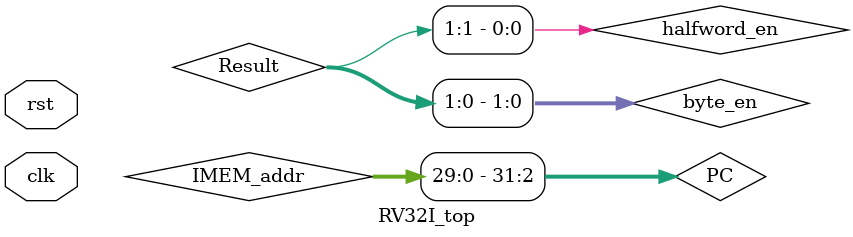
<source format=v>
`timescale 1ns / 1ps


module RV32I_top(clk,rst);
input clk,rst;


wire [31:0] Instr;
wire Zero;
wire lt;
wire ltu;
wire RegFileWE;
wire ALUSrcB;
wire RS2MaskSrc;
wire StoreMemSrc;
wire ImmLoadSrc;
wire MemWE;
wire [3:0] ALUOp;
wire [1:0] RegFileWriteSrc;
wire RdMemMaskSrc;
wire [1:0] LoadSrc;
wire ExtendHW;
wire ExtendB;
wire PCAddSrc;
wire PCLoad;
wire [1:0] ExtendSrc;
wire [31:0] RS1;
wire [31:0] RS2;
wire [31:0] Result;

wire [4:0] A1;
wire [4:0] A2;
wire [4:0] A3;
wire [31:0] Regfile_WD;
wire [29:0] Data_Mem_addr = Result[31:2];
wire [31:0] Data_Mem_RD;
wire [31:0] Data_Mem_WD;
wire [29:0] IMEM_addr;
wire [31:0] IMEM_RD;
wire PC_next;
wire [31:0] Adder_result;
wire [31:0] Imm_ext;
wire [31:0] addr_op1;
wire [31:0] addr_op2;
reg [31:0] PC;
wire [31:0] SrcB ;
wire [1:0] byte_en = Result[1:0];
wire halfword_en = Result[1]; 
wire [31:0] RS2_Mask;
wire [31:0] RS2_Mask_shifted;
wire [31:0] RS2_shifted;
wire [31:0] RS2_Masked;
wire [31:0] RDMem_Mask;
wire [31:0] RDMem_Mask_shifted;
wire [31:0] RDMem_Masked;
wire [15:0] halfword;
wire [7:0] byte;
wire [31:0] Load_data;
wire [31:0] rd_hw_extend;
wire [31:0] rd_byte_extend;
wire [31:0] ImmediateLoad;
instructions_decoder  INSTRUCTION_DECODER(Instr,
                                          Zero,
                                          lt,
                                          ltu,
                                          RegFileWE,
                                          ALUSrcB,
                                          RS2MaskSrc,
                                          StoreMemSrc,
                                          ImmLoadSrc,
                                          MemWE,
                                          ALUOp,
                                          RegFileWriteSrc,
                                          RdMemMaskSrc,
                                          LoadSrc,
                                          ExtendHW,
                                          ExtendB,
                                          PCAddSrc,
                                          PCLoad,
                                          ExtendSrc
                                           );
                                           
 
ALU ALU_unit(.SrcA(RS1),.SrcB(RS2),.Result(Result),.ALUOp(ALUOp),.zero(Zero),.Lt(lt),.Ltu(ltu));

instruction_rom IMEM_unit(.addr(IMEM_addr),.RD(IMEM_RD));

Regfile Regfile_unit(
     .clk(clk),
     .A1(A1),
     .A2(A2),
     .A3(A3),
     .WE(RegFileWE),
     .RS1(RS1),
     .RS2(RS2),
     .WD(Regfile_WD)
    );
    
  Data_mem Memory_unit(
                    .clk(clk),
                    .WE(MemWE),
                    .addr(Data_Mem_addr),
                    .RD(Data_Mem_RD),
                    .WD(Data_Mem_WD)
                    );
                    
Sign_extend ImmEXTEND(.in(IMEM_RD[31:7]),.out(Imm_ext),.ExtendSrc(ExtendSrc));
assign IMEM_addr = PC[31:2];
assign RS2_Mask = !RS2MaskSrc ? 32'h00_00_00_ff : 32'h00_00_ff_ff;
assign RS2_Mask_shifted = byte_en == 2'b00 ? RS2_Mask :
                        byte_en == 2'b01 ? RS2_Mask << 8 :
                        byte_en == 2'b10 ? RS2_Mask << 16 :
                        RS2_Mask << 24 ;
assign RS2_shifted =    byte_en == 2'b00 ? RS2 :
                        byte_en == 2'b01 ? RS2 << 8 :
                        byte_en == 2'b10 ? RS2 << 16 :
                        RS2 << 24 ;
assign RDMem_Mask = !RdMemMaskSrc ? 32'hff_ff_ff_00 : 32'hff_ff_00_00;  
                     
assign RdMem_Mask_shifted =     byte_en == 2'b00 ? RDMem_Mask :
                                byte_en == 2'b01 ? RDMem_Mask << 8 :
                                byte_en == 2'b10 ? RDMem_Mask << 16 :
                                RDMem_Mask << 24 ;
assign RDMem_Masked = Data_Mem_RD & RDMem_Mask_shifted;
assign RS2_Masked = RS2_shifted & RS2_Mask_shifted;
assign Data_Mem_WD = !StoreMemSrc ? RS2 :  (RS2_Masked | RDMem_Masked);                                             
assign SrcB = !ALUSrcB ? RS2 : Imm_ext;
assign addr_op2 = Imm_ext;
assign addr_op1 = !PCAddSrc ? PC+4 : RS1 ;
assign Adder_Result = addr_op1 + addr_op2 ; 
assign PC_next = !PCLoad ? PC+4 : Adder_Result ;
assign halfword = !halfword_en ? Data_Mem_RD[15:0] : Data_Mem_RD[31:16];
assign byte = !byte_en[0] ? halfword[7:0] : halfword[15:8]; 
assign rd_byte_extend = ExtendB ? {{24{byte[7]}}, byte} : {24'b0 , byte};
assign rd_hw_extend = ExtendHW ? {{16{halfword[15]}},halfword} : {16'b0 , halfword};
assign Load_data = !LoadSrc ? Data_Mem_RD :
                   LoadSrc ==2'b01 ? rd_hw_extend :
                   LoadSrc == 2'b10 ?  rd_byte_extend : 32'b0;
assign ImmediateLoad = !ImmLoadSrc ? Imm_ext : Adder_Result ;
assign Regfile_WD = RegFileWriteSrc == 2'b00 ? Result :
                     RegFileWriteSrc == 2'b01 ? Load_data :
                     RegFileWriteSrc == 2'b10 ? PC + 4 : ImmediateLoad ;
         

 always@(posedge clk,posedge rst)
 if(rst) PC <= 32'h0000_0000;
 else 
    PC <= PC_next;

 
 
 


endmodule

</source>
